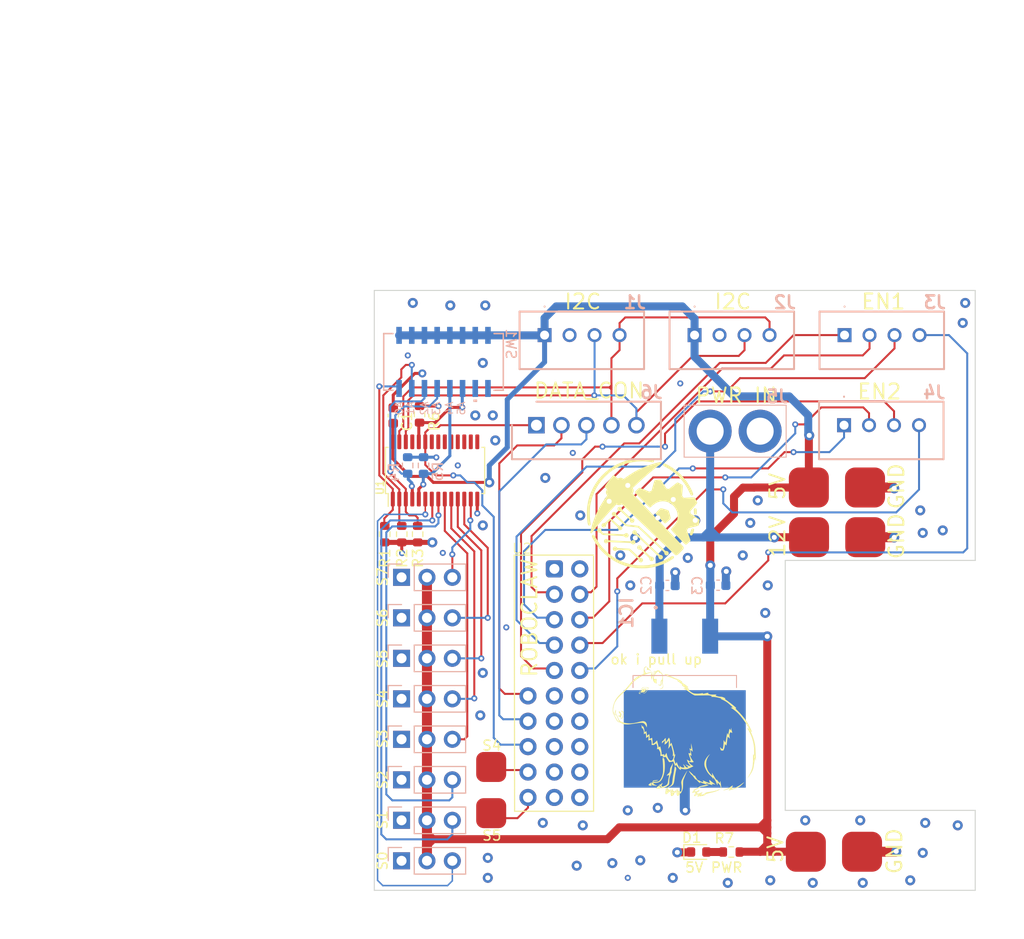
<source format=kicad_pcb>
(kicad_pcb (version 20221018) (generator pcbnew)
  (layers (0 "F.Cu" signal) (1 "In1.Cu" power) (2 "In2.Cu" power) (31 "B.Cu" signal) (34 "B.Paste" user) (35 "F.Paste" user) (36 "B.SilkS" user "B.Silkscreen") (37 "F.SilkS" user "F.Silkscreen") (38 "B.Mask" user) (39 "F.Mask" user) (44 "Edge.Cuts" user))
  (net 0 "")
  (net 1 "+5V")
  (net 2 "GND")
  (net 3 "+12V")
  (net 4 "Net-(D1-A)")
  (net 5 "/SCL")
  (net 6 "/SDA")
  (net 7 "/EN1+")
  (net 8 "/EN1-")
  (net 9 "/EN1A")
  (net 10 "/EN1B")
  (net 11 "/EN2+")
  (net 12 "/EN2-")
  (net 13 "/EN2A")
  (net 14 "/EN2B")
  (net 15 "/RxD")
  (net 16 "/TxD")
  (net 17 "/S4")
  (net 18 "/S5")
  (net 19 "/SERVO0")
  (net 20 "/SERVO1")
  (net 21 "/SERVO2")
  (net 22 "/SERVO3")
  (net 23 "/SERVO4")
  (net 24 "/SERVO5")
  (net 25 "/SERVO6")
  (net 26 "/SERVO7")
  (net 27 "/A0")
  (net 28 "/A1")
  (net 29 "/A2")
  (net 30 "/A3")
  (net 31 "/A4")
  (net 32 "/A5")
  (net 56 "/E_STOP")
  (footprint "LOGO" (layer "F.Cu") (at 165.8 79.2)
    (fp_text reference "G***" hide)
    (fp_text value "LOGO" hide)
  )
  (footprint "Package_SO:TSSOP-28_4.4x9.7mm_P0.65mm" (layer "F.Cu") (at 140.975 53.005 90)
    (fp_text reference "U1")
    (fp_text value "PCA9685PW" hide)
  )
  (footprint "solder_pads:4mm_pads_2" (layer "F.Cu") (at 143.29 84.66 -90)
    (fp_text reference "J10" hide)
    (fp_text value "~")
  )
  (footprint "" (layer "F.Cu") (at 149.58 55.99)
    (fp_text reference "")
    (fp_text value "")
  )
  (footprint "footprints:IMC404" (layer "F.Cu") (at 153.28 89.02)
    (fp_text reference "U2")
    (fp_text value "~" hide)
  )
  (footprint "Capacitor_SMD:C_0603_1608Metric" (layer "F.Cu") (at 136.795 47.515 90)
    (fp_text reference "C1")
    (fp_text value ".1uF" hide)
  )
  (footprint "" (layer "F.Cu") (at 192.16 55.9716)
    (fp_text reference "")
    (fp_text value "")
  )
  (footprint "Resistor_SMD:R_0603_1608Metric" (layer "F.Cu") (at 139.235 59.375 -90)
    (fp_text reference "R3")
    (fp_text value "1.02K" hide)
  )
  (footprint "Resistor_SMD:R_0603_1608Metric" (layer "F.Cu") (at 170.605 91.165 180)
    (fp_text reference "R7")
    (fp_text value "TBD")
  )
  (footprint "" (layer "F.Cu") (at 192.15 92.52)
    (fp_text reference "")
    (fp_text value "")
  )
  (footprint "Resistor_SMD:R_0603_1608Metric" (layer "F.Cu") (at 137.645 59.375 -90)
    (fp_text reference "R2")
    (fp_text value "1.02K" hide)
  )
  (footprint "LOGO" (layer "F.Cu") (at 161.8 57.3)
    (fp_text reference "G***" hide)
    (fp_text value "LOGO" hide)
  )
  (footprint "" (layer "F.Cu") (at 149.61 92.5)
    (fp_text reference "")
    (fp_text value "")
  )
  (footprint "solder_pads:4mm_pads_2" (layer "F.Cu") (at 181.06 94.44)
    (fp_text reference "J9" hide)
    (fp_text value "~")
  )
  (footprint "Resistor_SMD:R_0603_1608Metric" (layer "F.Cu") (at 135.945 59.375 -90)
    (fp_text reference "R1")
    (fp_text value "1.02K" hide)
  )
  (footprint "solder_pads:4mm_pads_2" (layer "F.Cu") (at 181.36 58.01)
    (fp_text reference "J8" hide)
    (fp_text value "~" hide)
  )
  (footprint "Resistor_SMD:R_0603_1608Metric" (layer "F.Cu") (at 139.425 47.395 90)
    (fp_text reference "R6")
    (fp_text value "1.02K" hide)
  )
  (footprint "LED_SMD:LED_0603_1608Metric" (layer "F.Cu") (at 167.345 91.165)
    (fp_text reference "D1")
    (fp_text value "LED")
  )
  (footprint "solder_pads:4mm_pads_2" (layer "F.Cu") (at 181.38 62.98)
    (fp_text reference "J7" hide)
    (fp_text value "~")
  )
  (footprint "Connector_PinHeader_2.54mm:PinHeader_1x03_P2.54mm_Vertical" (layer "B.Cu") (at 137.625 83.945 -90)
    (fp_text reference "J13" hide)
    (fp_text value "Conn_01x03" hide)
  )
  (footprint "Resistor_SMD:R_0603_1608Metric" (layer "B.Cu") (at 139.825 52.505 90)
    (fp_text reference "R5")
    (fp_text value "1.02K" hide)
  )
  (footprint "footprints:B4BXHA" (layer "B.Cu") (at 151.93 39.47)
    (fp_text reference "J1")
    (fp_text value "B4B-XH-A" hide)
  )
  (footprint "Connector_PinHeader_2.54mm:PinHeader_1x03_P2.54mm_Vertical" (layer "B.Cu") (at 137.625 67.745 -90)
    (fp_text reference "J17" hide)
    (fp_text value "Conn_01x03" hide)
  )
  (footprint "Connector_PinHeader_2.54mm:PinHeader_1x03_P2.54mm_Vertical" (layer "B.Cu") (at 137.625 79.895 -90)
    (fp_text reference "J14" hide)
    (fp_text value "Conn_01x03" hide)
  )
  (footprint "footprints:XT30PB" (layer "B.Cu") (at 168.49 49.08 -90)
    (fp_text reference "J5")
    (fp_text value "XT30PB" hide)
  )
  (footprint "footprints:B4BXHA" (layer "B.Cu") (at 181.88 48.48)
    (fp_text reference "J4")
    (fp_text value "B4B-XH-A" hide)
  )
  (footprint "footprints:L7805CD2T" (layer "B.Cu") (at 165.95 74.718)
    (fp_text reference "IC1")
    (fp_text value "L7805CD2T-TR" hide)
  )
  (footprint "Connector_PinHeader_2.54mm:PinHeader_1x03_P2.54mm_Vertical" (layer "B.Cu") (at 137.625 71.795 -90)
    (fp_text reference "J16" hide)
    (fp_text value "Conn_01x03" hide)
  )
  (footprint "Capacitor_SMD:C_0603_1608Metric" (layer "B.Cu") (at 164.215 64.505)
    (fp_text reference "C2")
    (fp_text value ".33uF" hide)
  )
  (footprint "Resistor_SMD:R_0603_1608Metric" (layer "B.Cu") (at 138.235 52.505 90)
    (fp_text reference "R4")
    (fp_text value "1.02K" hide)
  )
  (footprint "Connector_PinHeader_2.54mm:PinHeader_1x03_P2.54mm_Vertical" (layer "B.Cu") (at 137.625 92.045 -90)
    (fp_text reference "J11" hide)
    (fp_text value "Conn_01x03" hide)
  )
  (footprint "Connector_PinHeader_2.54mm:PinHeader_1x03_P2.54mm_Vertical" (layer "B.Cu") (at 137.625 75.845 -90)
    (fp_text reference "J15" hide)
    (fp_text value "Conn_01x03" hide)
  )
  (footprint "Connector_PinHeader_2.54mm:PinHeader_1x03_P2.54mm_Vertical" (layer "B.Cu") (at 137.625 87.995 -90)
    (fp_text reference "J12" hide)
    (fp_text value "Conn_01x03" hide)
  )
  (footprint "footprints:CHS-08TA_NDC-M" (layer "B.Cu") (at 141.8211 42.1494 -90)
    (fp_text reference "SW1")
    (fp_text value "CHS-08TA" hide)
  )
  (footprint "footprints:B4BXHA" (layer "B.Cu") (at 181.93 39.47)
    (fp_text reference "J3")
    (fp_text value "B4B-XH-A" hide)
  )
  (footprint "Connector_PinHeader_2.54mm:PinHeader_1x03_P2.54mm_Vertical" (layer "B.Cu") (at 137.625 63.695 -90)
    (fp_text reference "J18" hide)
    (fp_text value "Conn_01x03" hide)
  )
  (footprint "footprints:SHDR5W64P0X250_1X5_1490X575X700P" (layer "B.Cu") (at 151.115 48.48)
    (fp_text reference "J6")
    (fp_text value "B5B-XH-A__LF__SN_" hide)
  )
  (footprint "Capacitor_SMD:C_0603_1608Metric" (layer "B.Cu") (at 169.285 64.485)
    (fp_text reference "C3")
    (fp_text value ".1uF" hide)
  )
  (footprint "footprints:B4BXHA" (layer "B.Cu") (at 166.93 39.47)
    (fp_text reference "J2")
    (fp_text value "B4B-XH-A" hide)
  )
  (gr_line (start 195 62) (end 176 62) (stroke (width 0.1)) (layer "Edge.Cuts"))
  (gr_line (start 195 62) (end 195 62) (stroke (width 0.1)) (layer "Edge.Cuts"))
  (gr_line (start 134.9 95) (end 195 95) (stroke (width 0.1)) (layer "Edge.Cuts"))
  (gr_line (start 134.9 35) (end 134.9 95) (stroke (width 0.1)) (layer "Edge.Cuts"))
  (gr_line (start 195 95) (end 195 87) (stroke (width 0.1)) (layer "Edge.Cuts"))
  (gr_line (start 176 62) (end 176 87) (stroke (width 0.1)) (layer "Edge.Cuts"))
  (gr_line (start 195 35) (end 195 62) (stroke (width 0.1)) (layer "Edge.Cuts"))
  (gr_line (start 134.9 35) (end 195 35) (stroke (width 0.1)) (layer "Edge.Cuts"))
  (gr_line (start 195 87) (end 176 87) (stroke (width 0.1)) (layer "Edge.Cuts"))
  (gr_text "A2" (at 139.9 46.8 90) (layer "B.SilkS") (effects (font (size 0.75 0.75) (thickness 0.1)) (justify mirror)))
  (gr_text "A1" (at 138.5 46.8 90) (layer "B.SilkS") (effects (font (size 0.75 0.75) (thickness 0.1)) (justify mirror)))
  (gr_text "A3" (at 141.1 46.8 90) (layer "B.SilkS") (effects (font (size 0.75 0.75) (thickness 0.1)) (justify mirror)))
  (gr_text "A4" (at 142.397169 46.8 90) (layer "B.SilkS") (effects (font (size 0.75 0.75) (thickness 0.1)) (justify mirror)))
  (gr_text "A0" (at 137.4 46.8 90) (layer "B.SilkS") (effects (font (size 0.75 0.75) (thickness 0.1)) (justify mirror)))
  (gr_text "A5" (at 143.6 46.8 90) (layer "B.SilkS") (effects (font (size 0.75 0.75) (thickness 0.1)) (justify mirror)))
  (gr_text "DATA_CON" (at 150.75 45.9) (layer "F.SilkS") (effects (font (size 1.5 1.5) (thickness 0.2)) (justify left bottom)))
  (gr_text "5V" (at 176.1 56.1 90) (layer "F.SilkS") (effects (font (size 1.5 1.5) (thickness 0.2)) (justify left bottom)))
  (gr_text "S1" (at 136.3 89 90) (layer "F.SilkS") (effects (font (size 1 1)) (justify left bottom)))
  (gr_text "EN1" (at 183.5 37) (layer "F.SilkS") (effects (font (size 1.5 1.5) (thickness 0.2)) (justify left bottom)))
  (gr_text "S3" (at 136.3 80.9 90) (layer "F.SilkS") (effects (font (size 1 1)) (justify left bottom)))
  (gr_text "S5" (at 136.3 72.9 90) (layer "F.SilkS") (effects (font (size 1 1)) (justify left bottom)))
  (gr_text "EN2" (at 183.1 46) (layer "F.SilkS") (effects (font (size 1.5 1.5) (thickness 0.2)) (justify left bottom)))
  (gr_text "S4" (at 145.6 81.1) (layer "F.SilkS") (effects (font (size 1 1)) (justify left bottom)))
  (gr_text "GND" (at 188 62 90) (layer "F.SilkS") (effects (font (size 1.5 1.5) (thickness 0.2)) (justify left bottom)))
  (gr_text "S5" (at 145.6 90.1) (layer "F.SilkS") (effects (font (size 1 1)) (justify left bottom)))
  (gr_text "5V" (at 175.9 92.4 90) (layer "F.SilkS") (effects (font (size 1.5 1.5) (thickness 0.2)) (justify left bottom)))
  (gr_text "GND" (at 187.8 93.5 90) (layer "F.SilkS") (effects (font (size 1.5 1.5) (thickness 0.2)) (justify left bottom)))
  (gr_text "S0" (at 136.3 93.1 90) (layer "F.SilkS") (effects (font (size 1 1)) (justify left bottom)))
  (gr_text "S6" (at 136.3 68.8 90) (layer "F.SilkS") (effects (font (size 1 1)) (justify left bottom)))
  (gr_text "S4" (at 136.3 76.9 90) (layer "F.SilkS") (effects (font (size 1 1)) (justify left bottom)))
  (gr_text "PWR IN" (at 166.9 46.4) (layer "F.SilkS") (effects (font (size 1.5 1.5) (thickness 0.2)) (justify left bottom)))
  (gr_text "S2" (at 136.3 85 90) (layer "F.SilkS") (effects (font (size 1 1)) (justify left bottom)))
  (gr_text "I2C" (at 153.8 37) (layer "F.SilkS") (effects (font (size 1.5 1.5) (thickness 0.2)) (justify left bottom)))
  (gr_text "I2C" (at 168.8 37) (layer "F.SilkS") (effects (font (size 1.5 1.5) (thickness 0.2)) (justify left bottom)))
  (gr_text "5V PWR" (at 165.9 93.3) (layer "F.SilkS") (effects (font (size 1 1)) (justify left bottom)))
  (gr_text "12V" (at 176.1 61.8 90) (layer "F.SilkS") (effects (font (size 1.5 1.5) (thickness 0.2)) (justify left bottom)))
  (gr_text "ROBOCLAW" (at 151.3 73.8 90) (layer "F.SilkS") (effects (font (size 1.5 1.5) (thickness 0.2)) (justify left bottom)))
  (gr_text "GND" (at 188 57 90) (layer "F.SilkS") (effects (font (size 1.5 1.5) (thickness 0.2)) (justify left bottom)))
  (gr_text "ok i pull up" (at 163.1 71.9) (layer "F.SilkS") (effects (font (size 1 1))))
  (gr_text "S7" (at 136.3 64.7 90) (layer "F.SilkS") (effects (font (size 1 1)) (justify left bottom)))
  (segment (start 173.5 88.7) (end 173.6 88.7) (width 0.8) (layer "F.Cu") (net 1))
  (segment (start 173.4 88.7) (end 173.5 88.7) (width 0.8) (layer "F.Cu") (net 1))
  (segment (start 140.745 89.88) (end 140.745 89.92) (width 0.8) (layer "F.Cu") (net 1))
  (segment (start 174.2 91.14) (end 174.2 90.4) (width 0.8) (layer "F.Cu") (net 1))
  (segment (start 178.36 49.54) (end 178.36 54.71) (width 0.8) (layer "F.Cu") (net 1))
  (segment (start 174.2 88) (end 174.2 69.6) (width 0.8) (layer "F.Cu") (net 1))
  (segment (start 140.165 89.3) (end 140.165 89.9) (width 1) (layer "F.Cu") (net 1))
  (segment (start 140.165 67.745) (end 140.165 71.795) (width 1) (layer "F.Cu") (net 1))
  (segment (start 174.2 89.3) (end 174.2 88.7) (width 0.8) (layer "F.Cu") (net 1))
  (segment (start 140.165 87.995) (end 140.165 89.3) (width 1) (layer "F.Cu") (net 1))
  (segment (start 170.875 55.625) (end 171.775 54.725) (width 0.8) (layer "F.Cu") (net 1))
  (segment (start 174.2 90.44) (end 173.5 91.14) (width 0.8) (layer "F.Cu") (net 1))
  (segment (start 173.5 91.14) (end 171.455 91.14) (width 0.8) (layer "F.Cu") (net 1))
  (segment (start 140.745 89.92) (end 140.165 90.5) (width 0.8) (layer "F.Cu") (net 1))
  (segment (start 138.5 53.6) (end 140.2 53.6) (width 0.3) (layer "F.Cu") (net 1))
  (segment (start 174.2 88.7) (end 174.2 88) (width 0.8) (layer "F.Cu") (net 1))
  (segment (start 178.4 49.5) (end 178.36 49.54) (width 0.8) (layer "F.Cu") (net 1))
  (segment (start 173.6 88.7) (end 174.2 89.3) (width 0.8) (layer "F.Cu") (net 1))
  (segment (start 159.4 88.7) (end 158.22 89.88) (width 0.8) (layer "F.Cu") (net 1))
  (segment (start 172.915 54.71) (end 178.36 54.71) (width 0.8) (layer "F.Cu") (net 1))
  (segment (start 174.2 90.44) (end 174.9 91.14) (width 0.8) (layer "F.Cu") (net 1))
  (segment (start 168.5 59.7) (end 170.875 57.325) (width 0.8) (layer "F.Cu") (net 1))
  (segment (start 168.5 62.5) (end 168.5 59.7) (width 0.8) (layer "F.Cu") (net 1))
  (segment (start 140.165 75.845) (end 140.165 79.895) (width 1) (layer "F.Cu") (net 1))
  (segment (start 173.5 88.7) (end 174.2 88) (width 0.8) (layer "F.Cu") (net 1))
  (segment (start 140.2 53.6) (end 140.8 54.2) (width 0.3) (layer "F.Cu") (net 1))
  (segment (start 140.165 63.695) (end 140.165 67.745) (width 1) (layer "F.Cu") (net 1))
  (segment (start 140.8 89.88) (end 140.745 89.88) (width 0.8) (layer "F.Cu") (net 1))
  (segment (start 136.75 51.85) (end 138.5 53.6) (width 0.3) (layer "F.Cu") (net 1))
  (segment (start 136.75 48.335) (end 136.795 48.29) (width 0.3) (layer "F.Cu") (net 1))
  (segment (start 171.775 54.725) (end 172.9 54.725) (width 0.8) (layer "F.Cu") (net 1))
  (segment (start 174.2 90.4) (end 174.2 89.3) (width 0.8) (layer "F.Cu") (net 1))
  (segment (start 174.9 91.14) (end 174.2 91.14) (width 0.8) (layer "F.Cu") (net 1))
  (segment (start 173.4 88.7) (end 159.4 88.7) (width 0.8) (layer "F.Cu") (net 1))
  (segment (start 174.2 90.4) (end 174.2 90.44) (width 0.8) (layer "F.Cu") (net 1))
  (segment (start 136.75 50.1425) (end 136.75 51.85) (width 0.3) (layer "F.Cu") (net 1))
  (segment (start 170.875 57.325) (end 170.875 55.625) (width 0.8) (layer "F.Cu") (net 1))
  (segment (start 140.745 89.88) (end 140.165 89.3) (width 0.8) (layer "F.Cu") (net 1))
  (segment (start 171.455 91.14) (end 171.43 91.165) (width 0.8) (layer "F.Cu") (net 1))
  (segment (start 140.165 79.895) (end 140.165 83.945) (width 1) (layer "F.Cu") (net 1))
  (segment (start 140.165 89.9) (end 140.165 90.5) (width 1) (layer "F.Cu") (net 1))
  (segment (start 158.22 89.88) (end 140.8 89.88) (width 0.8) (layer "F.Cu") (net 1))
  (segment (start 140.8 54.2) (end 146.4 54.2) (width 0.3) (layer "F.Cu") (net 1))
  (segment (start 178.06 91.14) (end 174.9 91.14) (width 0.8) (layer "F.Cu") (net 1))
  (segment (start 136.75 50.1425) (end 136.75 48.335) (width 0.3) (layer "F.Cu") (net 1))
  (segment (start 174.2 88.7) (end 173.4 88.7) (width 0.8) (layer "F.Cu") (net 1))
  (segment (start 172.9 54.725) (end 172.915 54.71) (width 0.8) (layer "F.Cu") (net 1))
  (segment (start 140.165 90.5) (end 140.165 92.045) (width 1) (layer "F.Cu") (net 1))
  (segment (start 140.8 89.88) (end 140.185 89.88) (width 0.8) (layer "F.Cu") (net 1))
  (segment (start 174.2 91.14) (end 173.5 91.14) (width 0.8) (layer "F.Cu") (net 1))
  (segment (start 140.165 87.995) (end 140.165 83.945) (width 1) (layer "F.Cu") (net 1))
  (segment (start 140.185 89.88) (end 140.165 89.9) (width 0.8) (layer "F.Cu") (net 1))
  (segment (start 140.165 71.795) (end 140.165 75.845) (width 1) (layer "F.Cu") (net 1))
  (via (at 146.4 54.2) (size 1) (drill 0.5) (layers "F.Cu" "B.Cu") (net 1))
  (via (at 178.4 49.5) (size 1) (drill 0.5) (layers "F.Cu" "B.Cu") (net 1))
  (via (at 174.2 69.6) (size 1) (drill 0.5) (layers "F.Cu" "B.Cu") (net 1))
  (via (at 168.5 62.5) (size 1) (drill 0.5) (layers "F.Cu" "B.Cu") (net 1))
  (segment (start 151.9049 39.4951) (end 151.93 39.47) (width 0.8) (layer "B.Cu") (net 1))
  (segment (start 146.2661 39.4951) (end 151.9049 39.4951) (width 0.8) (layer "B.Cu") (net 1))
  (segment (start 168.5 62.5) (end 168.5 64.475) (width 0.8) (layer "B.Cu") (net 1))
  (segment (start 166.93 41.63) (end 166.93 39.47) (width 0.8) (layer "B.Cu") (net 1))
  (segment (start 153.1 36.6) (end 165.7 36.6) (width 0.8) (layer "B.Cu") (net 1))
  (segment (start 178.3 49.4) (end 178.3 47.5) (width 0.8) (layer "B.Cu") (net 1))
  (segment (start 165.7 36.6) (end 166.93 37.83) (width 0.8) (layer "B.Cu") (net 1))
  (segment (start 146.4 54.2) (end 146.4 52.5) (width 0.5) (layer "B.Cu") (net 1))
  (segment (start 178.3 47.5) (end 176.4 45.6) (width 0.8) (layer "B.Cu") (net 1))
  (segment (start 137.3761 39.4951) (end 146.2661 39.4951) (width 0.8) (layer "B.Cu") (net 1))
  (segment (start 168.51 69.6) (end 168.49 69.58) (width 0.8) (layer "B.Cu") (net 1))
  (segment (start 148.2 50.7) (end 148.2 45.9) (width 0.5) (layer "B.Cu") (net 1))
  (segment (start 146.4 52.5) (end 148.2 50.7) (width 0.5) (layer "B.Cu") (net 1))
  (segment (start 168.49 69.29) (end 167.8 68.6) (width 0.15) (layer "B.Cu") (net 1))
  (segment (start 168.49 69.58) (end 168.49 64.505) (width 0.8) (layer "B.Cu") (net 1))
  (segment (start 166.93 37.83) (end 166.93 39.47) (width 0.8) (layer "B.Cu") (net 1))
  (segment (start 151.93 42.17) (end 151.93 39.47) (width 0.5) (layer "B.Cu") (net 1))
  (segment (start 170.9 45.6) (end 166.93 41.63) (width 0.8) (layer "B.Cu") (net 1))
  (segment (start 178.4 49.5) (end 178.3 49.4) (width 0.8) (layer "B.Cu") (net 1))
  (segment (start 148.2 45.9) (end 151.93 42.17) (width 0.5) (layer "B.Cu") (net 1))
  (segment (start 168.5 64.475) (end 168.51 64.485) (width 0.8) (layer "B.Cu") (net 1))
  (segment (start 174.2 69.6) (end 168.51 69.6) (width 0.8) (layer "B.Cu") (net 1))
  (segment (start 176.4 45.6) (end 170.9 45.6) (width 0.8) (layer "B.Cu") (net 1))
  (segment (start 151.93 37.77) (end 153.1 36.6) (width 0.8) (layer "B.Cu") (net 1))
  (segment (start 168.49 64.505) (end 168.51 64.485) (width 0.15) (layer "B.Cu") (net 1))
  (segment (start 151.93 39.47) (end 151.93 37.77) (width 0.8) (layer "B.Cu") (net 1))
  (segment (start 137.645 61.245) (end 137.675 61.275) (width 0.3) (layer "F.Cu") (net 2))
  (segment (start 186.88 59.68) (end 186.9 59.7) (width 0.5) (layer "F.Cu") (net 2))
  (segment (start 141.32 46.57) (end 139.425 46.57) (width 0.3) (layer "F.Cu") (net 2))
  (segment (start 184 59.68) (end 186.88 59.68) (width 1) (layer "F.Cu") (net 2))
  (segment (start 138.95 43.3) (end 136.795 45.455) (width 0.3) (layer "F.Cu") (net 2))
  (segment (start 139.235 60.2) (end 140.7 60.2) (width 0.5) (layer "F.Cu") (net 2))
  (segment (start 166.5225 91.2) (end 166.5575 91.165) (width 0.5) (layer "F.Cu") (net 2))
  (segment (start 183.98 54.71) (end 186.81 54.71) (width 1) (layer "F.Cu") (net 2))
  (segment (start 165.2 91.2) (end 166.5225 91.2) (width 0.8) (layer "F.Cu") (net 2))
  (segment (start 137.645 60.2) (end 135.945 60.2) (width 0.5) (layer "F.Cu") (net 2))
  (segment (start 139.7 43.3) (end 138.95 43.3) (width 0.3) (layer "F.Cu") (net 2))
  (segment (start 137.645 60.2) (end 137.645 61.245) (width 0.3) (layer "F.Cu") (net 2))
  (segment (start 136.795 45.455) (end 136.795 46.74) (width 0.3) (layer "F.Cu") (net 2))
  (segment (start 186.81 54.71) (end 186.9 54.8) (width 0.5) (layer "F.Cu") (net 2))
  (segment (start 145.2 57.3) (end 145.2 55.8675) (width 0.3) (layer "F.Cu") (net 2))
  (segment (start 141.325 46.575) (end 141.32 46.57) (width 0.3) (layer "F.Cu") (net 2))
  (segment (start 187.06 91.14) (end 187.1 91.1) (width 0.8) (layer "F.Cu") (net 2))
  (segment (start 137.645 60.2) (end 139.235 60.2) (width 0.5) (layer "F.Cu") (net 2))
  (segment (start 183.68 91.14) (end 187.06 91.14) (width 1) (layer "F.Cu") (net 2))
  (via (at 147 50) (size 1) (drill 0.5) (layers "F.Cu" "B.Cu") (net 2))
  (via (at 148.1 68.7) (size 0.6) (drill 0.3) (layers "F.Cu" "B.Cu") (net 2))
  (via (at 139.7 43.3) (size 0.8) (drill 0.4) (layers "F.Cu" "B.Cu") (net 2))
  (via (at 172.5 58.25) (size 1) (drill 0.5) (layers "F.Cu" "B.Cu") (net 2))
  (via (at 165.5 44.3) (size 0.6) (drill 0.3) (layers "F.Cu" "B.Cu") (net 2))
  (via (at 145.75 73.25) (size 1) (drill 0.5) (layers "F.Cu" "B.Cu") (net 2))
  (via (at 143.25 52.5) (size 0.6) (drill 0.3) (layers "F.Cu" "B.Cu") (net 2))
  (via (at 191.75 59) (size 1) (drill 0.5) (layers "F.Cu" "B.Cu") (net 2))
  (via (at 164.75 93.75) (size 1) (drill 0.5) (layers "F.Cu" "B.Cu") (net 2))
  (via (at 165.2 91.2) (size 1) (drill 0.5) (layers "F.Cu" "B.Cu") (net 2))
  (via (at 193.25 88.5) (size 1) (drill 0.5) (layers "F.Cu" "B.Cu") (net 2))
  (via (at 140.7 60.2) (size 1) (drill 0.5) (layers "F.Cu" "B.Cu") (net 2))
  (via (at 174 67.25) (size 1) (drill 0.5) (layers "F.Cu" "B.Cu") (net 2))
  (via (at 174.5 94) (size 1) (drill 0.5) (layers "F.Cu" "B.Cu") (net 2))
  (via (at 145.5 77.5) (size 1) (drill 0.5) (layers "F.Cu" "B.Cu") (net 2))
  (via (at 165 63.2) (size 1) (drill 0.5) (layers "F.Cu" "B.Cu") (net 2))
  (via (at 178.75 94.25) (size 1) (drill 0.5) (layers "F.Cu" "B.Cu") (net 2))
  (via (at 146.75 47.5) (size 1) (drill 0.5) (layers "F.Cu" "B.Cu") (net 2))
  (via (at 152 53.75) (size 1) (drill 0.5) (layers "F.Cu" "B.Cu") (net 2))
  (via (at 145.75 58.5) (size 1) (drill 0.5) (layers "F.Cu" "B.Cu") (net 2))
  (via (at 170.1 63.1) (size 1) (drill 0.5) (layers "F.Cu" "B.Cu") (net 2))
  (via (at 194 36.25) (size 1) (drill 0.5) (layers "F.Cu" "B.Cu") (net 2))
  (via (at 193.75 38.25) (size 1) (drill 0.5) (layers "F.Cu" "B.Cu") (net 2))
  (via (at 155.143438 92.535263) (size 1) (drill 0.5) (layers "F.Cu" "B.Cu") (net 2))
  (via (at 189.5 57) (size 1) (drill 0.5) (layers "F.Cu" "B.Cu") (net 2))
  (via (at 141.75 61.25) (size 0.6) (drill 0.3) (layers "F.Cu" "B.Cu") (net 2))
  (via (at 161.5 92) (size 1) (drill 0.5) (layers "F.Cu" "B.Cu") (net 2))
  (via (at 158.706557 92.277066) (size 1) (drill 0.5) (layers "F.Cu" "B.Cu") (net 2))
  (via (at 159.5 61.5) (size 1) (drill 0.5) (layers "F.Cu" "B.Cu") (net 2))
  (via (at 141.325 46.575) (size 0.6) (drill 0.3) (layers "F.Cu" "B.Cu") (net 2))
  (via (at 160.25 87) (size 1) (drill 0.5) (layers "F.Cu" "B.Cu") (net 2))
  (via (at 145.75 42.25) (size 1) (drill 0.5) (layers "F.Cu" "B.Cu") (net 2))
  (via (at 163.25 86.75) (size 1) (drill 0.5) (layers "F.Cu" "B.Cu") (net 2))
  (via (at 137.675 61.275) (size 0.6) (drill 0.3) (layers "F.Cu" "B.Cu") (net 2))
  (via (at 160.5 64.5) (size 1) (drill 0.5) (layers "F.Cu" "B.Cu") (net 2))
  (via (at 138.25 41.5) (size 0.6) (drill 0.3) (layers "F.Cu" "B.Cu") (net 2))
  (via (at 146.25 91.75) (size 1) (drill 0.5) (layers "F.Cu" "B.Cu") (net 2))
  (via (at 155.5 57.5) (size 1) (drill 0.5) (layers "F.Cu" "B.Cu") (net 2))
  (via (at 146 36.5) (size 1) (drill 0.5) (layers "F.Cu" "B.Cu") (net 2))
  (via (at 145.2 57.3) (size 0.6) (drill 0.3) (layers "F.Cu" "B.Cu") (net 2))
  (via (at 166 87) (size 1) (drill 0.5) (layers "F.Cu" "B.Cu") (net 2))
  (via (at 178 88) (size 1) (drill 0.5) (layers "F.Cu" "B.Cu") (net 2))
  (via (at 171.75 61.5) (size 1) (drill 0.5) (layers "F.Cu" "B.Cu") (net 2))
  (via (at 161 59.75) (size 1) (drill 0.5) (layers "F.Cu" "B.Cu") (net 2))
  (via (at 160.25 93.75) (size 0.6) (drill 0.3) (layers "F.Cu" "B.Cu") (net 2))
  (via (at 155.75 88.5) (size 1) (drill 0.5) (layers "F.Cu" "B.Cu") (net 2))
  (via (at 173.25 56) (size 1) (drill 0.5) (layers "F.Cu" "B.Cu") (net 2))
  (via (at 142.5 36.5) (size 1) (drill 0.5) (layers "F.Cu" "B.Cu") (net 2))
  (via (at 146.25 93.75) (size 1) (drill 0.5) (layers "F.Cu" "B.Cu") (net 2))
  (via (at 158.389611 56.091803) (size 1) (drill 0.5) (layers "F.Cu" "B.Cu") (net 2))
  (via (at 189.75 59.25) (size 1) (drill 0.5) (layers "F.Cu" "B.Cu") (net 2))
  (via (at 151.75 88.25) (size 1) (drill 0.5) (layers "F.Cu" "B.Cu") (net 2))
  (via (at 186.9 54.8) (size 1) (drill 0.5) (layers "F.Cu" "B.Cu") (net 2))
  (via (at 174.25 64.5) (size 1) (drill 0.5) (layers "F.Cu" "B.Cu") (net 2))
  (via (at 154.75 51.25) (size 0.6) (drill 0.3) (layers "F.Cu" "B.Cu") (net 2))
  (via (at 141.1 51.7) (size 0.6) (drill 0.3) (layers "F.Cu" "B.Cu") (net 2))
  (via (at 167 58) (size 1) (drill 0.5) (layers "F.Cu" "B.Cu") (net 2))
  (via (at 186.9 59.7) (size 1) (drill 0.5) (layers "F.Cu" "B.Cu") (net 2))
  (via (at 187.1 91.1) (size 1) (drill 0.5) (layers "F.Cu" "B.Cu") (net 2))
  (via (at 170.25 94.25) (size 1) (drill 0.5) (layers "F.Cu" "B.Cu") (net 2))
  (via (at 183.5 88) (size 1) (drill 0.5) (layers "F.Cu" "B.Cu") (net 2))
  (via (at 145 47.5) (size 1) (drill 0.5) (layers "F.Cu" "B.Cu") (net 2))
  (via (at 190 88.25) (size 1) (drill 0.5) (layers "F.Cu" "B.Cu") (net 2))
  (via (at 188.5 94) (size 1) (drill 0.5) (layers "F.Cu" "B.Cu") (net 2))
  (via (at 160.25 54.5) (size 1) (drill 0.5) (layers "F.Cu" "B.Cu") (net 2))
  (via (at 189.75 91.25) (size 1) (drill 0.5) (layers "F.Cu" "B.Cu") (net 2))
  (via (at 138.75 36.25) (size 1) (drill 0.5) (layers "F.Cu" "B.Cu") (net 2))
  (via (at 164.800547 55.908196) (size 1) (drill 0.5) (layers "F.Cu" "B.Cu") (net 2))
  (via (at 183.75 94.25) (size 1) (drill 0.5) (layers "F.Cu" "B.Cu") (net 2))
  (via (at 166.25 61.75) (size 1) (drill 0.5) (layers "F.Cu" "B.Cu") (net 2))
  (via (at 163.25 57.75) (size 1) (drill 0.5) (layers "F.Cu" "B.Cu") (net 2))
  (segment (start 141.08 51.68) (end 141.1 51.7) (width 0.3) (layer "B.Cu") (net 2))
  (segment (start 165.95 86.95) (end 166 87) (width 0.5) (layer "B.Cu") (net 2))
  (segment (start 164.99 63.21) (end 165 63.2) (width 0.5) (layer "B.Cu") (net 2))
  (segment (start 165.95 79.856) (end 165.95 86.95) (width 1) (layer "B.Cu") (net 2))
  (segment (start 139.825 51.68) (end 138.235 51.68) (width 0.3) (layer "B.Cu") (net 2))
  (segment (start 170.06 63.14) (end 170.06 64.485) (width 0.8) (layer "B.Cu") (net 2))
  (segment (start 170.1 63.1) (end 170.06 63.14) (width 0.5) (layer "B.Cu") (net 2))
  (segment (start 139.825 51.68) (end 141.08 51.68) (width 0.3) (layer "B.Cu") (net 2))
  (segment (start 164.99 64.505) (end 164.99 63.21) (width 0.8) (layer "B.Cu") (net 2))
  (segment (start 174.92 59.68) (end 174.9 59.7) (width 0.8) (layer "F.Cu") (net 3))
  (segment (start 178.38 59.68) (end 174.92 59.68) (width 0.8) (layer "F.Cu") (net 3))
  (via (at 174.9 59.7) (size 1) (drill 0.5) (layers "F.Cu" "B.Cu") (net 3))
  (segment (start 174.9 59.7) (end 169.2 59.7) (width 0.8) (layer "B.Cu") (net 3))
  (segment (start 168.5 59.7) (end 167.8 59.7) (width 0.8) (layer "B.Cu") (net 3))
  (segment (start 163.41 69.58) (end 163.41 64.535) (width 0.8) (layer "B.Cu") (net 3))
  (segment (start 163.44 61.76) (end 163.44 64.505) (width 0.8) (layer "B.Cu") (net 3))
  (segment (start 168.49 59.69) (end 168.49 59) (width 0.8) (layer "B.Cu") (net 3))
  (segment (start 167.8 59.7) (end 165.5 59.7) (width 0.8) (layer "B.Cu") (net 3))
  (segment (start 168.49 59) (end 168.5 59) (width 0.8) (layer "B.Cu") (net 3))
  (segment (start 163.41 64.535) (end 163.44 64.505) (width 0.2) (layer "B.Cu") (net 3))
  (segment (start 168.5 59) (end 169.2 59.7) (width 0.8) (layer "B.Cu") (net 3))
  (segment (start 168.5 59.7) (end 168.49 59.69) (width 0.8) (layer "B.Cu") (net 3))
  (segment (start 165.5 59.7) (end 163.44 61.76) (width 0.8) (layer "B.Cu") (net 3))
  (segment (start 168.49 59) (end 168.49 49.08) (width 0.8) (layer "B.Cu") (net 3))
  (segment (start 169.2 59.7) (end 168.5 59.7) (width 0.8) (layer "B.Cu") (net 3))
  (segment (start 168.5 59) (end 167.8 59.7) (width 0.8) (layer "B.Cu") (net 3))
  (segment (start 169.78 91.165) (end 168.1325 91.165) (width 0.8) (layer "F.Cu") (net 4))
  (segment (start 171.93 39.47) (end 171.93 40.97) (width 0.2) (layer "F.Cu") (net 5))
  (segment (start 138.8 45.5) (end 138.3 46) (width 0.2) (layer "F.Cu") (net 5))
  (segment (start 156.9 45.5) (end 138.8 45.5) (width 0.2) (layer "F.Cu") (net 5))
  (segment (start 138.3 48.8) (end 138.05 49.05) (width 0.2) (layer "F.Cu") (net 5))
  (segment (start 138.05 49.05) (end 138.05 50.1425) (width 0.2) (layer "F.Cu") (net 5))
  (segment (start 166.75 41.55) (end 161.115 47.185) (width 0.2) (layer "F.Cu") (net 5))
  (segment (start 171.35 41.55) (end 166.75 41.55) (width 0.2) (layer "F.Cu") (net 5))
  (segment (start 161.115 47.185) (end 161.115 48.48) (width 0.2) (layer "F.Cu") (net 5))
  (segment (start 138.3 46) (end 138.3 48.8) (width 0.2) (layer "F.Cu") (net 5))
  (segment (start 171.93 40.97) (end 171.35 41.55) (width 0.2) (layer "F.Cu") (net 5))
  (via (at 156.9 45.5) (size 0.6) (drill 0.3) (layers "F.Cu" "B.Cu") (net 5))
  (segment (start 159.8 45.5) (end 161.115 46.815) (width 0.2) (layer "B.Cu") (net 5))
  (segment (start 156.9 45.5) (end 156.93 45.47) (width 0.2) (layer "B.Cu") (net 5))
  (segment (start 156.9 45.5) (end 159.8 45.5) (width 0.2) (layer "B.Cu") (net 5))
  (segment (start 161.115 46.815) (end 161.115 48.48) (width 0.2) (layer "B.Cu") (net 5))
  (segment (start 156.93 45.47) (end 156.93 39.47) (width 0.2) (layer "B.Cu") (net 5))
  (segment (start 137.4 50.1425) (end 137.4 49.062893) (width 0.2) (layer "F.Cu") (net 6))
  (segment (start 158.4 44.7) (end 158.615 44.7) (width 0.2) (layer "F.Cu") (net 6))
  (segment (start 137.8 48.662893) (end 137.8 45.6) (width 0.2) (layer "F.Cu") (net 6))
  (segment (start 160 37.7) (end 174 37.7) (width 0.2) (layer "F.Cu") (net 6))
  (segment (start 158.615 44.7) (end 158.615 44.5) (width 0.2) (layer "F.Cu") (net 6))
  (segment (start 159.43 39.47) (end 159.43 38.27) (width 0.2) (layer "F.Cu") (net 6))
  (segment (start 158.4 44.7) (end 158.415 44.7) (width 0.2) (layer "F.Cu") (net 6))
  (segment (start 174.43 38.13) (end 174.43 39.47) (width 0.2) (layer "F.Cu") (net 6))
  (segment (start 158.415 44.7) (end 158.615 44.5) (width 0.2) (layer "F.Cu") (net 6))
  (segment (start 158.615 41.785) (end 159.43 40.97) (width 0.2) (layer "F.Cu") (net 6))
  (segment (start 158.615 44.5) (end 158.615 41.785) (width 0.2) (layer "F.Cu") (net 6))
  (segment (start 138.7 44.7) (end 158.4 44.7) (width 0.2) (layer "F.Cu") (net 6))
  (segment (start 159.43 40.97) (end 159.43 39.47) (width 0.2) (layer "F.Cu") (net 6))
  (segment (start 158.415 44.7) (end 158.615 44.9) (width 0.2) (layer "F.Cu") (net 6))
  (segment (start 158.615 44.9) (end 158.615 44.7) (width 0.2) (layer "F.Cu") (net 6))
  (segment (start 158.615 48.48) (end 158.615 44.9) (width 0.2) (layer "F.Cu") (net 6))
  (segment (start 137.4 49.062893) (end 137.8 48.662893) (width 0.2) (layer "F.Cu") (net 6))
  (segment (start 174 37.7) (end 174.43 38.13) (width 0.2) (layer "F.Cu") (net 6))
  (segment (start 159.43 38.27) (end 160 37.7) (width 0.2) (layer "F.Cu") (net 6))
  (segment (start 137.8 45.6) (end 138.7 44.7) (width 0.2) (layer "F.Cu") (net 6))
  (segment (start 169.45 42.25) (end 174.05 42.25) (width 0.2) (layer "F.Cu") (net 7))
  (segment (start 151.14 65.19) (end 150.625 64.675) (width 0.2) (layer "F.Cu") (net 7))
  (segment (start 174.05 42.25) (end 176.83 39.47) (width 0.2) (layer "F.Cu") (net 7))
  (segment (start 161.4 50.3) (end 169.45 42.25) (width 0.2) (layer "F.Cu") (net 7))
  (segment (start 159.9 50.3) (end 161.4 50.3) (width 0.2) (layer "F.Cu") (net 7))
  (segment (start 176.83 39.47) (end 181.93 39.47) (width 0.2) (layer "F.Cu") (net 7))
  (segment (start 152.81 65.19) (end 151.14 65.19) (width 0.2) (layer "F.Cu") (net 7))
  (segment (start 150.625 64.675) (end 150.625 59.575) (width 0.2) (layer "F.Cu") (net 7))
  (segment (start 150.625 59.575) (end 159.9 50.3) (width 0.2) (layer "F.Cu") (net 7))
  (segment (start 157.125 55.375) (end 169.675 42.825) (width 0.2) (layer "F.Cu") (net 8))
  (segment (start 157.125 64.625) (end 157.125 55.375) (width 0.2) (layer "F.Cu") (net 8))
  (segment (start 156.56 65.19) (end 157.125 64.625) (width 0.2) (layer "F.Cu") (net 8))
  (segment (start 174.55 42.825) (end 175.875 41.5) (width 0.2) (layer "F.Cu") (net 8))
  (segment (start 175.875 41.5) (end 183.75 41.5) (width 0.2) (layer "F.Cu") (net 8))
  (segment (start 184.43 40.82) (end 184.43 39.47) (width 0.2) (layer "F.Cu") (net 8))
  (segment (start 183.75 41.5) (end 184.43 40.82) (width 0.2) (layer "F.Cu") (net 8))
  (segment (start 155.35 65.19) (end 156.56 65.19) (width 0.2) (layer "F.Cu") (net 8))
  (segment (start 169.675 42.825) (end 174.55 42.825) (width 0.2) (layer "F.Cu") (net 8))
  (segment (start 171.475 43.775) (end 183.95 43.775) (width 0.2) (layer "F.Cu") (net 9))
  (segment (start 170.15 45.1) (end 171.475 43.775) (width 0.2) (layer "F.Cu") (net 9))
  (segment (start 168.5 45.1) (end 170.15 45.1) (width 0.2) (layer "F.Cu") (net 9))
  (segment (start 183.95 43.775) (end 186.93 40.795) (width 0.2) (layer "F.Cu") (net 9))
  (segment (start 186.93 40.795) (end 186.93 39.47) (width 0.2) (layer "F.Cu") (net 9))
  (via (at 168.5 45.1) (size 0.6) (drill 0.3) (layers "F.Cu" "B.Cu") (net 9))
  (segment (start 167.8 45.1) (end 165 47.9) (width 0.2) (layer "B.Cu") (net 9))
  (segment (start 168.5 45.1) (end 167.8 45.1) (width 0.2) (layer "B.Cu") (net 9))
  (segment (start 149.125 67.975) (end 151.42 70.27) (width 0.2) (layer "B.Cu") (net 9))
  (segment (start 165 51.025) (end 163.4 52.625) (width 0.2) (layer "B.Cu") (net 9))
  (segment (start 163.4 52.625) (end 156.125 52.625) (width 0.2) (layer "B.Cu") (net 9))
  (segment (start 149.125 59.625) (end 149.125 67.975) (width 0.2) (layer "B.Cu") (net 9))
  (segment (start 165 47.9) (end 165 51.025) (width 0.2) (layer "B.Cu") (net 9))
  (segment (start 156.125 52.625) (end 149.125 59.625) (width 0.2) (layer "B.Cu") (net 9))
  (segment (start 151.42 70.27) (end 152.81 70.27) (width 0.2) (layer "B.Cu") (net 9))
  (segment (start 170 66.3) (end 172.9 63.4) (width 0.2) (layer "F.Cu") (net 10))
  (segment (start 155.35 70.27) (end 157.73 70.27) (width 0.2) (layer "F.Cu") (net 10))
  (segment (start 174.3 62) (end 174.3 61.2) (width 0.2) (layer "F.Cu") (net 10))
  (segment (start 172.9 63.4) (end 174.3 62) (width 0.2) (layer "F.Cu") (net 10))
  (segment (start 161.7 66.3) (end 170 66.3) (width 0.2) (layer "F.Cu") (net 10))
  (segment (start 157.73 70.27) (end 161.7 66.3) (width 0.2) (layer "F.Cu") (net 10))
  (via (at 174.3 61.2) (size 0.6) (drill 0.3) (layers "F.Cu" "B.Cu") (net 10))
  (segment (start 192.37 39.47) (end 189.43 39.47) (width 0.2) (layer "B.Cu") (net 10))
  (segment (start 174.3 61.2) (end 193.8 61.2) (width 0.2) (layer "B.Cu") (net 10))
  (segment (start 193.8 61.2) (end 194.2 60.8) (width 0.2) (layer "B.Cu") (net 10))
  (segment (start 194.2 60.8) (end 194.2 41.3) (width 0.2) (layer "B.Cu") (net 10))
  (segment (start 194.2 41.3) (end 192.37 39.47) (width 0.2) (layer "B.Cu") (net 10))
  (segment (start 174.3 52.8) (end 175.925 51.175) (width 0.2) (layer "F.Cu") (net 11))
  (segment (start 175.925 51.175) (end 176.825 51.175) (width 0.2) (layer "F.Cu") (net 11))
  (segment (start 166.75 52.8) (end 174.3 52.8) (width 0.2) (layer "F.Cu") (net 11))
  (via (at 166.75 52.8) (size 0.6) (drill 0.3) (layers "F.Cu" "B.Cu") (net 11))
  (via (at 176.825 51.175) (size 0.6) (drill 0.3) (layers "F.Cu" "B.Cu") (net 11))
  (segment (start 152 58.95) (end 159.225 58.95) (width 0.2) (layer "B.Cu") (net 11))
  (segment (start 149.875 66.4) (end 149.875 61.075) (width 0.2) (layer "B.Cu") (net 11))
  (segment (start 159.225 58.95) (end 165.375 52.8) (width 0.2) (layer "B.Cu") (net 11))
  (segment (start 151.205 67.73) (end 149.875 66.4) (width 0.2) (layer "B.Cu") (net 11))
  (segment (start 176.825 51.175) (end 180.425 51.175) (width 0.2) (layer "B.Cu") (net 11))
  (segment (start 181.88 49.72) (end 181.88 48.48) (width 0.2) (layer "B.Cu") (net 11))
  (segment (start 149.875 61.075) (end 152 58.95) (width 0.2) (layer "B.Cu") (net 11))
  (segment (start 180.425 51.175) (end 181.88 49.72) (width 0.2) (layer "B.Cu") (net 11))
  (segment (start 165.375 52.8) (end 166.75 52.8) (width 0.2) (layer "B.Cu") (net 11))
  (segment (start 152.81 67.73) (end 151.205 67.73) (width 0.2) (layer "B.Cu") (net 11))
  (segment (start 162.8 53.7) (end 158.4 58.1) (width 0.2) (layer "F.Cu") (net 12))
  (segment (start 184.38 47.28) (end 184.38 48.48) (width 0.2) (layer "F.Cu") (net 12))
  (segment (start 158.4 66.1) (end 156.77 67.73) (width 0.2) (layer "F.Cu") (net 12))
  (segment (start 177 48.4) (end 177.9 48.4) (width 0.2) (layer "F.Cu") (net 12))
  (segment (start 156.77 67.73) (end 155.35 67.73) (width 0.2) (layer "F.Cu") (net 12))
  (segment (start 170 53.7) (end 162.8 53.7) (width 0.2) (layer "F.Cu") (net 12))
  (segment (start 183.8 46.7) (end 184.38 47.28) (width 0.2) (layer "F.Cu") (net 12))
  (segment (start 179.6 46.7) (end 183.8 46.7) (width 0.2) (layer "F.Cu") (net 12))
  (segment (start 158.4 58.1) (end 158.4 66.1) (width 0.2) (layer "F.Cu") (net 12))
  (segment (start 177.9 48.4) (end 179.6 46.7) (width 0.2) (layer "F.Cu") (net 12))
  (via (at 170 53.7) (size 0.6) (drill 0.3) (layers "F.Cu" "B.Cu") (net 12))
  (via (at 177 48.4) (size 0.6) (drill 0.3) (layers "F.Cu" "B.Cu") (net 12))
  (segment (start 170 53.7) (end 172.6 53.7) (width 0.2) (layer "B.Cu") (net 12))
  (segment (start 172.6 53.7) (end 177 49.3) (width 0.2) (layer "B.Cu") (net 12))
  (segment (start 177 49.3) (end 177 48.4) (width 0.2) (layer "B.Cu") (net 12))
  (segment (start 186.88 47.08) (end 186.88 48.48) (width 0.2) (layer "F.Cu") (net 13))
  (segment (start 163.975 50.625) (end 163.975 49.325) (width 0.2) (layer "F.Cu") (net 13))
  (segment (start 167.2 46.1) (end 185.9 46.1) (width 0.2) (layer "F.Cu") (net 13))
  (segment (start 155.7 53.2) (end 155.7 51.9) (width 0.2) (layer "F.Cu") (net 13))
  (segment (start 155.7 51.9) (end 156.975 50.625) (width 0.2) (layer "F.Cu") (net 13))
  (segment (start 185.9 46.1) (end 186.88 47.08) (width 0.2) (layer "F.Cu") (net 13))
  (segment (start 149.575 59.325) (end 155.7 53.2) (width 0.2) (layer "F.Cu") (net 13))
  (segment (start 156.975 50.625) (end 157.725 50.625) (width 0.2) (layer "F.Cu") (net 13))
  (segment (start 150.81 72.81) (end 149.575 71.575) (width 0.2) (layer "F.Cu") (net 13))
  (segment (start 163.975 49.325) (end 167.2 46.1) (width 0.2) (layer "F.Cu") (net 13))
  (segment (start 149.575 71.575) (end 149.575 59.325) (width 0.2) (layer "F.Cu") (net 13))
  (segment (start 152.81 72.81) (end 150.81 72.81) (width 0.2) (layer "F.Cu") (net 13))
  (via (at 163.975 50.625) (size 0.6) (drill 0.3) (layers "F.Cu" "B.Cu") (net 13))
  (via (at 157.725 50.625) (size 0.6) (drill 0.3) (layers "F.Cu" "B.Cu") (net 13))
  (segment (start 157.725 50.625) (end 163.2 50.625) (width 0.2) (layer "B.Cu") (net 13))
  (segment (start 163.2 50.625) (end 163.975 50.625) (width 0.2) (layer "B.Cu") (net 13))
  (segment (start 159.2 63.8) (end 159.2 65.1) (width 0.2) (layer "F.Cu") (net 14))
  (segment (start 169.8 54.9) (end 168.1 54.9) (width 0.2) (layer "F.Cu") (net 14))
  (segment (start 168.1 54.9) (end 159.2 63.8) (width 0.2) (layer "F.Cu") (net 14))
  (via (at 159.2 65.1) (size 0.6) (drill 0.3) (layers "F.Cu" "B.Cu") (net 14))
  (via (at 169.8 54.9) (size 0.6) (drill 0.3) (layers "F.Cu" "B.Cu") (net 14))
  (segment (start 159.2 65.1) (end 159.2 70.6) (width 0.2) (layer "B.Cu") (net 14))
  (segment (start 189.38 48.48) (end 189.38 54.92) (width 0.2) (layer "B.Cu") (net 14))
  (segment (start 169.8 56.3) (end 169.8 54.9) (width 0.2) (layer "B.Cu") (net 14))
  (segment (start 159.2 70.6) (end 156.99 72.81) (width 0.2) (layer "B.Cu") (net 14))
  (segment (start 156.99 72.81) (end 155.35 72.81) (width 0.2) (layer "B.Cu") (net 14))
  (segment (start 187.1 57.2) (end 170.7 57.2) (width 0.2) (layer "B.Cu") (net 14))
  (segment (start 170.7 57.2) (end 169.8 56.3) (width 0.2) (layer "B.Cu") (net 14))
  (segment (start 189.38 54.92) (end 187.1 57.2) (width 0.2) (layer "B.Cu") (net 14))
  (segment (start 153.615 49.785) (end 152.9 50.5) (width 0.2) (layer "F.Cu") (net 15))
  (segment (start 153.615 48.48) (end 153.615 49.785) (width 0.2) (layer "F.Cu") (net 15))
  (segment (start 147.95 75.35) (end 150.27 75.35) (width 0.2) (layer "F.Cu") (net 15))
  (segment (start 152.9 50.5) (end 149.2 50.5) (width 0.2) (layer "F.Cu") (net 15))
  (segment (start 149.2 50.5) (end 147.4 52.3) (width 0.2) (layer "F.Cu") (net 15))
  (segment (start 147.4 52.3) (end 147.4 74.8) (width 0.2) (layer "F.Cu") (net 15))
  (segment (start 147.4 74.8) (end 147.95 75.35) (width 0.2) (layer "F.Cu") (net 15))
  (segment (start 147.4 77.5) (end 147.4 55.1) (width 0.2) (layer "B.Cu") (net 16))
  (segment (start 155.6 50.4) (end 156.115 49.885) (width 0.2) (layer "B.Cu") (net 16))
  (segment (start 150.27 77.89) (end 147.79 77.89) (width 0.2) (layer "B.Cu") (net 16))
  (segment (start 156.115 49.885) (end 156.115 48.48) (width 0.2) (layer "B.Cu") (net 16))
  (segment (start 152.1 50.4) (end 155.6 50.4) (width 0.2) (layer "B.Cu") (net 16))
  (segment (start 147.79 77.89) (end 147.4 77.5) (width 0.2) (layer "B.Cu") (net 16))
  (segment (start 147.4 55.1) (end 152.1 50.4) (width 0.2) (layer "B.Cu") (net 16))
  (segment (start 146.78 82.97) (end 150.27 82.97) (width 0.2) (layer "F.Cu") (net 17))
  (segment (start 146.59 83.16) (end 146.78 82.97) (width 0.2) (layer "F.Cu") (net 17))
  (segment (start 149.22 87.78) (end 146.59 87.78) (width 0.2) (layer "F.Cu") (net 18))
  (segment (start 150.27 86.73) (end 149.22 87.78) (width 0.2) (layer "F.Cu") (net 18))
  (segment (start 150.27 85.51) (end 150.27 86.73) (width 0.2) (layer "F.Cu") (net 18))
  (segment (start 140 57.4) (end 140 55.8675) (width 0.15) (layer "F.Cu") (net 19))
  (via (at 140 57.4) (size 0.6) (drill 0.3) (layers "F.Cu" "B.Cu") (net 19))
  (segment (start 135.75 94.525) (end 135.225 94) (width 0.15) (layer "B.Cu") (net 19))
  (segment (start 142.225 94.525) (end 135.75 94.525) (width 0.15) (layer "B.Cu") (net 19))
  (segment (start 142.705 94.045) (end 142.225 94.525) (width 0.15) (layer "B.Cu") (net 19))
  (segment (start 135.225 58.075) (end 135.9 57.4) (width 0.15) (layer "B.Cu") (net 19))
  (segment (start 135.225 94) (end 135.225 58.075) (width 0.15) (layer "B.Cu") (net 19))
  (segment (start 135.9 57.4) (end 140 57.4) (width 0.15) (layer "B.Cu") (net 19))
  (segment (start 142.705 92.045) (end 142.705 94.045) (width 0.15) (layer "B.Cu") (net 19))
  (segment (start 140.7 55.9175) (end 140.65 55.8675) (width 0.2) (layer "F.Cu") (net 20))
  (segment (start 140.7 58) (end 140.7 55.9175) (width 0.2) (layer "F.Cu") (net 20))
  (via (at 140.7 58) (size 0.6) (drill 0.3) (layers "F.Cu" "B.Cu") (net 20))
  (segment (start 136.1 89.9) (end 135.6 89.4) (width 0.2) (layer "B.Cu") (net 20))
  (segment (start 142.2 89.9) (end 136.1 89.9) (width 0.2) (layer "B.Cu") (net 20))
  (segment (start 136.5 58) (end 140.7 58) (width 0.2) (layer "B.Cu") (net 20))
  (segment (start 135.6 89.4) (end 135.6 58.9) (width 0.2) (layer "B.Cu") (net 20))
  (segment (start 135.6 58.9) (end 136.5 58) (width 0.2) (layer "B.Cu") (net 20))
  (segment (start 142.705 89.395) (end 142.2 89.9) (width 0.2) (layer "B.Cu") (net 20))
  (segment (start 142.705 87.995) (end 142.705 89.395) (width 0.2) (layer "B.Cu") (net 20))
  (segment (start 141.314195 55.881695) (end 141.3 55.8675) (width 0.2) (layer "F.Cu") (net 21))
  (segment (start 141.314195 57.488171) (end 141.314195 55.881695) (width 0.2) (layer "F.Cu") (net 21))
  (via (at 141.314195 57.488171) (size 0.6) (drill 0.3) (layers "F.Cu" "B.Cu") (net 21))
  (segment (start 136.1 59.2) (end 136.1 85.4) (width 0.2) (layer "B.Cu") (net 21))
  (segment (start 136.7 86) (end 142.4 86) (width 0.2) (layer "B.Cu") (net 21))
  (segment (start 142.705 85.695) (end 142.705 83.945) (width 0.2) (layer "B.Cu") (net 21))
  (segment (start 136.1 85.4) (end 136.7 86) (width 0.2) (layer "B.Cu") (net 21))
  (segment (start 141.314195 58.285805) (end 141 58.6) (width 0.2) (layer "B.Cu") (net 21))
  (segment (start 142.4 86) (end 142.705 85.695) (width 0.2) (layer "B.Cu") (net 21))
  (segment (start 141 58.6) (end 136.7 58.6) (width 0.2) (layer "B.Cu") (net 21))
  (segment (start 141.314195 57.488171) (end 141.314195 58.285805) (width 0.2) (layer "B.Cu") (net 21))
  (segment (start 136.7 58.6) (end 136.1 59.2) (width 0.2) (layer "B.Cu") (net 21))
  (segment (start 142.705 79.895) (end 143.905 79.895) (width 0.2) (layer "F.Cu") (net 22))
  (segment (start 144.2 79.6) (end 144.2 61.3) (width 0.2) (layer "F.Cu") (net 22))
  (segment (start 141.95 59.05) (end 141.95 55.8675) (width 0.2) (layer "F.Cu") (net 22))
  (segment (start 144.2 61.3) (end 141.95 59.05) (width 0.2) (layer "F.Cu") (net 22))
  (segment (start 143.905 79.895) (end 144.2 79.6) (width 0.2) (layer "F.Cu") (net 22))
  (segment (start 144.9 61.1) (end 142.6 58.8) (width 0.2) (layer "F.Cu") (net 23))
  (segment (start 142.6 58.8) (end 142.6 55.8675) (width 0.2) (layer "F.Cu") (net 23))
  (segment (start 144.9 75.8) (end 144.9 61.1) (width 0.2) (layer "F.Cu") (net 23))
  (via (at 144.9 75.8) (size 0.6) (drill 0.3) (layers "F.Cu" "B.Cu") (net 23))
  (segment (start 142.705 75.845) (end 144.855 75.845) (width 0.2) (layer "B.Cu") (net 23))
  (segment (start 144.855 75.845) (end 144.9 75.8) (width 0.2) (layer "B.Cu") (net 23))
  (segment (start 145.5995 71.8) (end 145.6 71.7995) (width 0.2) (layer "F.Cu") (net 24))
  (segment (start 145.6 61) (end 143.25 58.65) (width 0.2) (layer "F.Cu") (net 24))
  (segment (start 143.25 58.65) (end 143.25 55.8675) (width 0.2) (layer "F.Cu") (net 24))
  (segment (start 145.6 71.7995) (end 145.6 61) (width 0.2) (layer "F.Cu") (net 24))
  (via (at 145.5995 71.8) (size 0.6) (drill 0.3) (layers "F.Cu" "B.Cu") (net 24))
  (segment (start 145.5945 71.795) (end 142.705 71.795) (width 0.2) (layer "B.Cu") (net 24))
  (segment (start 145.5995 71.8) (end 145.5945 71.795) (width 0.2) (layer "B.Cu") (net 24))
  (segment (start 146.2445 67.745) (end 146.2445 60.7445) (width 0.2) (layer "F.Cu") (net 25))
  (segment (start 146.2445 60.7445) (end 143.9 58.4) (width 0.2) (layer "F.Cu") (net 25))
  (segment (start 143.9 58.4) (end 143.9 55.8675) (width 0.2) (layer "F.Cu") (net 25))
  (via (at 146.2445 67.745) (size 0.6) (drill 0.3) (layers "F.Cu" "B.Cu") (net 25))
  (segment (start 146.2445 67.745) (end 142.705 67.745) (width 0.2) (layer "B.Cu") (net 25))
  (segment (start 142.705 61.405) (end 142.7 61.4) (width 0.2) (layer "F.Cu") (net 26))
  (segment (start 144.5 58) (end 144.55 57.95) (width 0.2) (layer "F.Cu") (net 26))
  (segment (start 144.55 57.95) (end 144.55 55.8675) (width 0.2) (layer "F.Cu") (net 26))
  (segment (start 142.705 63.695) (end 142.705 61.405) (width 0.2) (layer "F.Cu") (net 26))
  (via (at 144.5 58) (size 0.6) (drill 0.3) (layers "F.Cu" "B.Cu") (net 26))
  (via (at 142.7 61.4) (size 0.6) (drill 0.3) (layers "F.Cu" "B.Cu") (net 26))
  (segment (start 144.5 58) (end 144.5 58.9) (width 0.2) (layer "B.Cu") (net 26))
  (segment (start 144.5 58.9) (end 142.7 60.7) (width 0.2) (layer "B.Cu") (net 26))
  (segment (start 142.7 60.7) (end 142.7 61.4) (width 0.2) (layer "B.Cu") (net 26))
  (segment (start 135.9 57.8) (end 135.9 58.505) (width 0.2) (layer "F.Cu") (net 27))
  (segment (start 135.9 58.505) (end 135.945 58.55) (width 0.2) (layer "F.Cu") (net 27))
  (segment (start 135.4 53.5) (end 136.75 54.85) (width 0.2) (layer "F.Cu") (net 27))
  (segment (start 136.75 55.8675) (end 136.75 56.95) (width 0.2) (layer "F.Cu") (net 27))
  (segment (start 135.4 44.6) (end 135.4 53.5) (width 0.2) (layer "F.Cu") (net 27))
  (segment (start 136.75 56.95) (end 135.9 57.8) (width 0.2) (layer "F.Cu") (net 27))
  (segment (start 136.75 54.85) (end 136.75 55.8675) (width 0.2) (layer "F.Cu") (net 27))
  (via (at 135.4 44.6) (size 0.6) (drill 0.3) (layers "F.Cu" "B.Cu") (net 27))
  (segment (start 135.4 44.6) (end 137.1724 44.6) (width 0.2) (layer "B.Cu") (net 27))
  (segment (start 137.1724 44.6) (end 137.3761 44.8037) (width 0.2) (layer "B.Cu") (net 27))
  (segment (start 135.8 53.3) (end 137.4 54.9) (width 0.2) (layer "F.Cu") (net 28))
  (segment (start 137.6 42.9) (end 137.6 43.7) (width 0.2) (layer "F.Cu") (net 28))
  (segment (start 137.4 58.285) (end 137.645 58.53) (width 0.2) (layer "F.Cu") (net 28))
  (segment (start 135.8 45.5) (end 135.8 53.3) (width 0.2) (layer "F.Cu") (net 28))
  (segment (start 138.05 42.45) (end 137.6 42.9) (width 0.2) (layer "F.Cu") (net 28))
  (segment (start 137.6 43.7) (end 135.8 45.5) (width 0.2) (layer "F.Cu") (net 28))
  (segment (start 137.4 54.9) (end 137.4 55.8675) (width 0.2) (layer "F.Cu") (net 28))
  (segment (start 138.65 42.45) (end 138.05 42.45) (width 0.2) (layer "F.Cu") (net 28))
  (segment (start 137.4 55.8675) (end 137.4 58.285) (width 0.2) (layer "F.Cu") (net 28))
  (via (at 138.65 42.45) (size 0.6) (drill 0.3) (layers "F.Cu" "B.Cu") (net 28))
  (segment (start 138.65 42.45) (end 138.6461 42.4539) (width 0.2) (layer "B.Cu") (net 28))
  (segment (start 138.6461 42.4539) (end 138.6461 44.8037) (width 0.2) (layer "B.Cu") (net 28))
  (segment (start 138.05 54.85) (end 136.5 53.3) (width 0.2) (layer "F.Cu") (net 29))
  (segment (start 139.235 57.735) (end 139.235 58.55) (width 0.2) (layer "F.Cu") (net 29))
  (segment (start 138.4 57.5) (end 139 57.5) (width 0.2) (layer "F.Cu") (net 29))
  (segment (start 136.5 53.3) (end 136.5 53.1) (width 0.2) (layer "F.Cu") (net 29))
  (segment (start 138.05 55.8675) (end 138.05 57.15) (width 0.2) (layer "F.Cu") (net 29))
  (segment (start 138.05 57.15) (end 138.4 57.5) (width 0.2) (layer "F.Cu") (net 29))
  (segment (start 139 57.5) (end 139.235 57.735) (width 0.2) (layer "F.Cu") (net 29))
  (segment (start 138.05 55.8675) (end 138.05 54.85) (width 0.2) (layer "F.Cu") (net 29))
  (via (at 136.5 53.1) (size 0.6) (drill 0.3) (layers "F.Cu" "B.Cu") (net 29))
  (segment (start 137 46.1) (end 139.6 46.1) (width 0.2) (layer "B.Cu") (net 29))
  (segment (start 139.9161 45.7839) (end 139.9161 44.8037) (width 0.2) (layer "B.Cu") (net 29))
  (segment (start 136.5 53.1) (end 136.5 46.6) (width 0.2) (layer "B.Cu") (net 29))
  (segment (start 136.5 46.6) (end 137 46.1) (width 0.2) (layer "B.Cu") (net 29))
  (segment (start 139.6 46.1) (end 139.9161 45.7839) (width 0.2) (layer "B.Cu") (net 29))
  (segment (start 138.7 54.630488) (end 138.7 55.8675) (width 0.3) (layer "F.Cu") (net 30))
  (segment (start 138.650457 54.580945) (end 138.7 54.630488) (width 0.3) (layer "F.Cu") (net 30))
  (via (at 138.650457 54.580945) (size 0.6) (drill 0.3) (layers "F.Cu" "B.Cu") (net 30))
  (segment (start 141.1861 44.8037) (end 141.1861 45.8139) (width 0.2) (layer "B.Cu") (net 30))
  (segment (start 138.650457 54.250457) (end 138.3 53.9) (width 0.3) (layer "B.Cu") (net 30))
  (segment (start 141.1861 45.8139) (end 140.4 46.6) (width 0.2) (layer "B.Cu") (net 30))
  (segment (start 140.4 46.6) (end 137.9 46.6) (width 0.2) (layer "B.Cu") (net 30))
  (segment (start 137 52.7) (end 137.63 53.33) (width 0.2) (layer "B.Cu") (net 30))
  (segment (start 138.3 53.395) (end 138.235 53.33) (width 0.3) (layer "B.Cu") (net 30))
  (segment (start 137 47.5) (end 137 52.7) (width 0.2) (layer "B.Cu") (net 30))
  (segment (start 137.9 46.6) (end 137 47.5) (width 0.2) (layer "B.Cu") (net 30))
  (segment (start 138.3 53.9) (end 138.3 53.395) (width 0.3) (layer "B.Cu") (net 30))
  (segment (start 137.63 53.33) (end 138.235 53.33) (width 0.2) (layer "B.Cu") (net 30))
  (segment (start 138.650457 54.580945) (end 138.650457 54.250457) (width 0.3) (layer "B.Cu") (net 30))
  (segment (start 139.8 54.4) (end 139.35 54.85) (width 0.3) (layer "F.Cu") (net 31))
  (segment (start 139.35 54.85) (end 139.35 55.8675) (width 0.3) (layer "F.Cu") (net 31))
  (via (at 139.8 54.4) (size 0.6) (drill 0.3) (layers "F.Cu" "B.Cu") (net 31))
  (segment (start 140.67 53.33) (end 142.4561 51.5439) (width 0.3) (layer "B.Cu") (net 31))
  (segment (start 139.825 53.33) (end 140.67 53.33) (width 0.3) (layer "B.Cu") (net 31))
  (segment (start 139.8 54.4) (end 139.8 53.355) (width 0.3) (layer "B.Cu") (net 31))
  (segment (start 142.4561 51.5439) (end 142.4561 44.8037) (width 0.3) (layer "B.Cu") (net 31))
  (segment (start 139.8 53.355) (end 139.825 53.33) (width 0.3) (layer "B.Cu") (net 31))
  (segment (start 140.98 48.22) (end 139.425 48.22) (width 0.3) (layer "F.Cu") (net 32))
  (segment (start 139.35 50.1425) (end 139.35 48.295) (width 0.3) (layer "F.Cu") (net 32))
  (segment (start 143.7 46.7) (end 142.5 46.7) (width 0.3) (layer "F.Cu") (net 32))
  (segment (start 139.35 48.295) (end 139.425 48.22) (width 0.3) (layer "F.Cu") (net 32))
  (segment (start 142.5 46.7) (end 140.98 48.22) (width 0.3) (layer "F.Cu") (net 32))
  (via (at 143.7 46.7) (size 0.6) (drill 0.3) (layers "F.Cu" "B.Cu") (net 32))
  (segment (start 143.7 46.7) (end 143.7 44.8298) (width 0.3) (layer "B.Cu") (net 32))
  (segment (start 143.7 44.8298) (end 143.7261 44.8037) (width 0.3) (layer "B.Cu") (net 32))
  (segment (start 140.4 48.8) (end 141.2 48.8) (width 0.2) (layer "F.Cu") (net 56))
  (segment (start 140 50.1425) (end 140 49.2) (width 0.2) (layer "F.Cu") (net 56))
  (segment (start 140 49.2) (end 140.4 48.8) (width 0.2) (layer "F.Cu") (net 56))
  (segment (start 141.05 53.5) (end 140 52.45) (width 0.2) (layer "F.Cu") (net 56))
  (segment (start 141.52 48.48) (end 151.115 48.48) (width 0.2) (layer "F.Cu") (net 56))
  (segment (start 140 52.45) (end 140 50.1425) (width 0.2) (layer "F.Cu") (net 56))
  (segment (start 141.2 48.8) (end 141.52 48.48) (width 0.2) (layer "F.Cu") (net 56))
  (segment (start 142.8 53.5) (end 141.05 53.5) (width 0.2) (layer "F.Cu") (net 56))
  (via (at 142.8 53.5) (size 0.6) (drill 0.3) (layers "F.Cu" "B.Cu") (net 56))
  (segment (start 142.8 53.5) (end 143.5 53.5) (width 0.2) (layer "B.Cu") (net 56))
  (segment (start 146.8445 79.7445) (end 147.53 80.43) (width 0.2) (layer "B.Cu") (net 56))
  (segment (start 145.7 56.5) (end 146.8445 57.6445) (width 0.2) (layer "B.Cu") (net 56))
  (segment (start 145.7 55) (end 145.7 56.5) (width 0.2) (layer "B.Cu") (net 56))
  (segment (start 147.53 80.43) (end 150.27 80.43) (width 0.2) (layer "B.Cu") (net 56))
  (segment (start 143.5 53.5) (end 144.2 54.2) (width 0.2) (layer "B.Cu") (net 56))
  (segment (start 144.9 54.2) (end 145.7 55) (width 0.2) (layer "B.Cu") (net 56))
  (segment (start 146.8445 57.6445) (end 146.8445 79.7445) (width 0.2) (layer "B.Cu") (net 56))
  (segment (start 144.2 54.2) (end 144.9 54.2) (width 0.2) (layer "B.Cu") (net 56))
)
</source>
